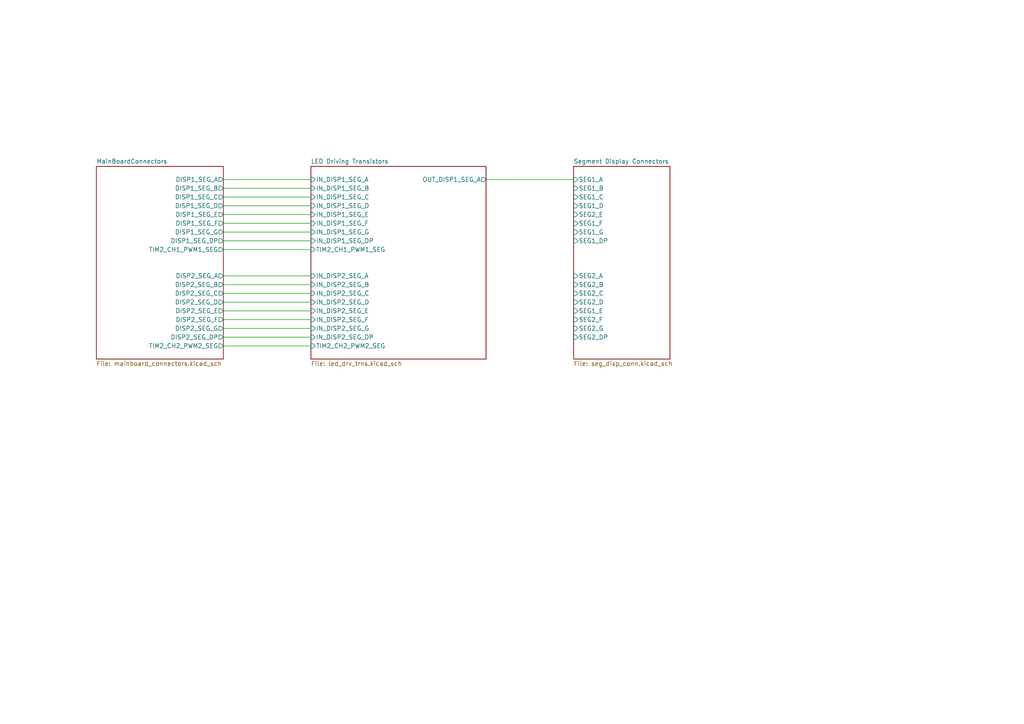
<source format=kicad_sch>
(kicad_sch (version 20230121) (generator eeschema)
  (paper "A4")
  (lib_symbols)
  (wire (pts (xy 64.77 87.63) (xy 90.17 87.63)))
  (wire (pts (xy 64.77 85.09) (xy 90.17 85.09)))
  (wire (pts (xy 64.77 52.07) (xy 90.17 52.07)))
  (wire (pts (xy 64.77 57.15) (xy 90.17 57.15)))
  (wire (pts (xy 64.77 92.71) (xy 90.17 92.71)))
  (wire (pts (xy 64.77 82.55) (xy 90.17 82.55)))
  (wire (pts (xy 64.77 90.17) (xy 90.17 90.17)))
  (wire (pts (xy 64.77 72.39) (xy 90.17 72.39)))
  (wire (pts (xy 64.77 54.61) (xy 90.17 54.61)))
  (wire (pts (xy 140.97 52.07) (xy 166.37 52.07)))
  (wire (pts (xy 64.77 100.33) (xy 90.17 100.33)))
  (wire (pts (xy 64.77 62.23) (xy 90.17 62.23)))
  (wire (pts (xy 64.77 97.79) (xy 90.17 97.79)))
  (wire (pts (xy 64.77 64.77) (xy 90.17 64.77)))
  (wire (pts (xy 64.77 67.31) (xy 90.17 67.31)))
  (wire (pts (xy 64.77 95.25) (xy 90.17 95.25)))
  (wire (pts (xy 64.77 59.69) (xy 90.17 59.69)))
  (wire (pts (xy 64.77 69.85) (xy 90.17 69.85)))
  (wire (pts (xy 64.77 80.01) (xy 90.17 80.01)))
  (sheet (at 166.37 48.26) (size 27.94 55.88) (stroke (width 0.1524))
    (property "Sheetname" "Segment Display Connectors" (at 166.37 47.5484 0) (effects (justify left bottom)))
    (property "Sheetfile" "seg_disp_conn.kicad_sch" (at 166.37 104.7246 0) (effects (justify left top)))
    (pin "SEG2_G" input (at 166.37 95.25 180))
    (pin "SEG2_A" input (at 166.37 80.01 180))
    (pin "SEG2_F" input (at 166.37 92.71 180))
    (pin "SEG2_B" input (at 166.37 82.55 180))
    (pin "SEG2_DP" input (at 166.37 97.79 180))
    (pin "SEG1_D" input (at 166.37 59.69 180))
    (pin "SEG1_C" input (at 166.37 57.15 180))
    (pin "SEG2_E" input (at 166.37 62.23 180))
    (pin "SEG1_E" input (at 166.37 90.17 180))
    (pin "SEG1_G" input (at 166.37 67.31 180))
    (pin "SEG1_A" input (at 166.37 52.07 180))
    (pin "SEG1_B" input (at 166.37 54.61 180))
    (pin "SEG1_DP" input (at 166.37 69.85 180))
    (pin "SEG1_F" input (at 166.37 64.77 180))
    (pin "SEG2_D" input (at 166.37 87.63 180))
    (pin "SEG2_C" input (at 166.37 85.09 180))
  )
  (sheet (at 90.17 48.26) (size 50.8 55.88) (stroke (width 0.1524))
    (property "Sheetname" "LED Driving Transistors" (at 90.17 47.5484 0) (effects (justify left bottom)))
    (property "Sheetfile" "led_drv_trns.kicad_sch" (at 90.17 104.7246 0) (effects (justify left top)))
    (pin "IN_DISP1_SEG_A" input (at 90.17 52.07 180))
    (pin "IN_DISP1_SEG_D" input (at 90.17 59.69 180))
    (pin "IN_DISP1_SEG_B" input (at 90.17 54.61 180))
    (pin "IN_DISP1_SEG_C" input (at 90.17 57.15 180))
    (pin "IN_DISP1_SEG_E" input (at 90.17 62.23 180))
    (pin "IN_DISP2_SEG_D" input (at 90.17 87.63 180))
    (pin "IN_DISP2_SEG_A" input (at 90.17 80.01 180))
    (pin "IN_DISP2_SEG_C" input (at 90.17 85.09 180))
    (pin "IN_DISP2_SEG_E" input (at 90.17 90.17 180))
    (pin "IN_DISP2_SEG_B" input (at 90.17 82.55 180))
    (pin "TIM2_CH1_PWM1_SEG" input (at 90.17 72.39 180))
    (pin "IN_DISP1_SEG_DP" input (at 90.17 69.85 180))
    (pin "IN_DISP1_SEG_F" input (at 90.17 64.77 180))
    (pin "IN_DISP1_SEG_G" input (at 90.17 67.31 180))
    (pin "IN_DISP2_SEG_F" input (at 90.17 92.71 180))
    (pin "IN_DISP2_SEG_DP" input (at 90.17 97.79 180))
    (pin "TIM2_CH2_PWM2_SEG" input (at 90.17 100.33 180))
    (pin "IN_DISP2_SEG_G" input (at 90.17 95.25 180))
    (pin "OUT_DISP1_SEG_A" output (at 140.97 52.07 0))
  )
  (sheet (at 27.94 48.26) (size 36.83 55.88) (stroke (width 0.1524))
    (property "Sheetname" "MainBoardConnectors" (at 27.94 47.5484 0) (effects (justify left bottom)))
    (property "Sheetfile" "mainboard_connectors.kicad_sch" (at 27.94 104.7246 0) (effects (justify left top)))
    (pin "DISP1_SEG_D" output (at 64.77 59.69 0))
    (pin "DISP1_SEG_F" output (at 64.77 64.77 0))
    (pin "DISP1_SEG_B" output (at 64.77 54.61 0))
    (pin "DISP2_SEG_B" output (at 64.77 82.55 0))
    (pin "DISP1_SEG_DP" output (at 64.77 69.85 0))
    (pin "DISP2_SEG_C" output (at 64.77 85.09 0))
    (pin "DISP2_SEG_E" output (at 64.77 90.17 0))
    (pin "TIM2_CH1_PWM1_SEG" output (at 64.77 72.39 0))
    (pin "DISP2_SEG_G" output (at 64.77 95.25 0))
    (pin "DISP1_SEG_A" output (at 64.77 52.07 0))
    (pin "TIM2_CH2_PWM2_SEG" output (at 64.77 100.33 0))
    (pin "DISP1_SEG_E" output (at 64.77 62.23 0))
    (pin "DISP1_SEG_C" output (at 64.77 57.15 0))
    (pin "DISP1_SEG_G" output (at 64.77 67.31 0))
    (pin "DISP2_SEG_A" output (at 64.77 80.01 0))
    (pin "DISP2_SEG_D" output (at 64.77 87.63 0))
    (pin "DISP2_SEG_F" output (at 64.77 92.71 0))
    (pin "DISP2_SEG_DP" output (at 64.77 97.79 0))
  )
)
</source>
